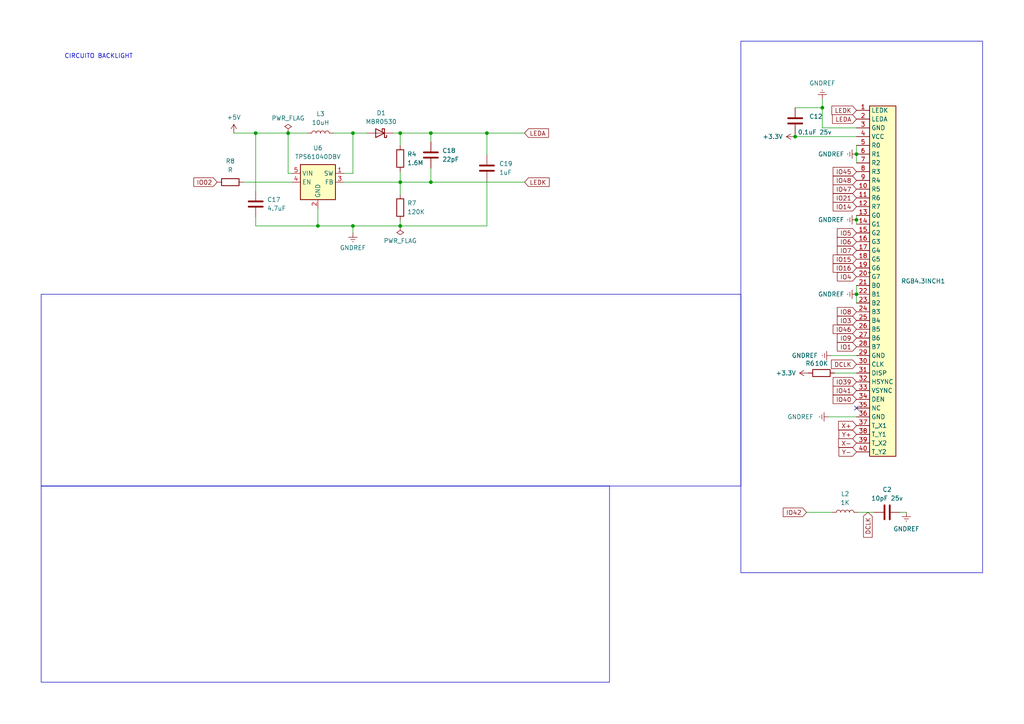
<source format=kicad_sch>
(kicad_sch (version 20230121) (generator eeschema)
  (paper "A4")
  (lib_symbols
    (symbol "Device:C" (pin_numbers hide) (pin_names (offset 0.254))
      (property "Reference" "C" (at 0.635 2.54 0))
      (property "Value" "C" (at 0.635 -2.54 0))
      (symbol "C_0_1"
        (polyline (pts (xy -2.032 -0.762) (xy 2.032 -0.762)) (stroke (width 0.508)))
        (polyline (pts (xy -2.032 0.762) (xy 2.032 0.762)) (stroke (width 0.508)))
      )
      (symbol "C_1_1"
        (pin passive line (at 0 3.81 270) (length 2.794) (name "~") (number "1"))
        (pin passive line (at 0 -3.81 90) (length 2.794) (name "~") (number "2"))
      )
    )
    (symbol "Device:L" (pin_numbers hide) (pin_names (offset 1.016) hide)
      (property "Reference" "L" (at -1.27 0 90))
      (property "Value" "L" (at 1.905 0 90))
      (symbol "L_0_1"
        (arc (start 0 -2.54) (mid 0.6323 -1.905) (end 0 -1.27))
        (arc (start 0 -1.27) (mid 0.6323 -0.635) (end 0 0))
        (arc (start 0 0) (mid 0.6323 0.635) (end 0 1.27))
        (arc (start 0 1.27) (mid 0.6323 1.905) (end 0 2.54))
      )
      (symbol "L_1_1"
        (pin passive line (at 0 3.81 270) (length 1.27) (name "1") (number "1"))
        (pin passive line (at 0 -3.81 90) (length 1.27) (name "2") (number "2"))
      )
    )
    (symbol "Device:R" (pin_numbers hide) (pin_names (offset 0))
      (property "Reference" "R" (at 2.032 0 90))
      (property "Value" "R" (at 0 0 90))
      (symbol "R_0_1"
        (rectangle (start -1.016 -2.54) (end 1.016 2.54) (stroke (width 0.254)))
      )
      (symbol "R_1_1"
        (pin passive line (at 0 3.81 270) (length 1.27) (name "~") (number "1"))
        (pin passive line (at 0 -3.81 90) (length 1.27) (name "~") (number "2"))
      )
    )
    (symbol "Diode:MBR0530" (pin_numbers hide) (pin_names (offset 1.016) hide)
      (property "Reference" "D" (at 0 2.54 0))
      (property "Value" "MBR0530" (at 0 -2.54 0))
      (symbol "MBR0530_0_1"
        (polyline (pts (xy 1.27 0) (xy -1.27 0)))
        (polyline (pts (xy 1.27 1.27) (xy 1.27 -1.27) (xy -1.27 0) (xy 1.27 1.27)) (stroke (width 0.254)))
        (polyline (pts (xy -1.905 0.635) (xy -1.905 1.27) (xy -1.27 1.27) (xy -1.27 -1.27) (xy -0.635 -1.27) (xy -0.635 -0.635)) (stroke (width 0.254)))
      )
      (symbol "MBR0530_1_1"
        (pin passive line (at -3.81 0 0) (length 2.54) (name "K") (number "1"))
        (pin passive line (at 3.81 0 180) (length 2.54) (name "A") (number "2"))
      )
    )
    (symbol "Regulator_Switching:TPS61040DBV"
      (property "Reference" "U" (at -5.08 6.35 0))
      (property "Value" "TPS61040DBV" (at 0 6.35 0))
      (symbol "TPS61040DBV_0_1"
        (rectangle (start -5.08 5.08) (end 5.08 -5.08) (stroke (width 0.254)) (fill (type background)))
      )
      (symbol "TPS61040DBV_1_1"
        (pin power_out line (at 7.62 2.54 180) (length 2.54) (name "SW") (number "1"))
        (pin power_in line (at 0 -7.62 90) (length 2.54) (name "GND") (number "2"))
        (pin input line (at 7.62 0 180) (length 2.54) (name "FB") (number "3"))
        (pin input line (at -7.62 0 0) (length 2.54) (name "EN") (number "4"))
        (pin power_in line (at -7.62 2.54 0) (length 2.54) (name "VIN") (number "5"))
      )
    )
    (symbol "lcdsJajica:BM043SE2-K28"
      (property "Reference" "RGB4.3INCH" (at -3.81 53.34 0))
      (symbol "BM043SE2-K28_1_1"
        (rectangle (start 0 48.26) (end 7.62 -53.34) (stroke (width 0.254)) (fill (type background)))
        (pin passive line (at -3.81 46.99 0) (length 3.81) (name "LEDK") (number "1"))
        (pin passive line (at -3.81 24.13 0) (length 3.81) (name "R5") (number "10"))
        (pin passive line (at -3.81 21.59 0) (length 3.81) (name "R6") (number "11"))
        (pin passive line (at -3.81 19.05 0) (length 3.81) (name "R7") (number "12"))
        (pin passive line (at -3.81 16.51 0) (length 3.81) (name "G0") (number "13"))
        (pin passive line (at -3.81 13.97 0) (length 3.81) (name "G1") (number "14"))
        (pin passive line (at -3.81 11.43 0) (length 3.81) (name "G2") (number "15"))
        (pin passive line (at -3.81 8.89 0) (length 3.81) (name "G3") (number "16"))
        (pin passive line (at -3.81 6.35 0) (length 3.81) (name "G4") (number "17"))
        (pin passive line (at -3.81 3.81 0) (length 3.81) (name "G5") (number "18"))
        (pin passive line (at -3.81 1.27 0) (length 3.81) (name "G6") (number "19"))
        (pin passive line (at -3.81 44.45 0) (length 3.81) (name "LEDA") (number "2"))
        (pin passive line (at -3.81 -1.27 0) (length 3.81) (name "G7") (number "20"))
        (pin passive line (at -3.81 -3.81 0) (length 3.81) (name "B0") (number "21"))
        (pin passive line (at -3.81 -6.35 0) (length 3.81) (name "B1") (number "22"))
        (pin passive line (at -3.81 -8.89 0) (length 3.81) (name "B2") (number "23"))
        (pin passive line (at -3.81 -11.43 0) (length 3.81) (name "B3") (number "24"))
        (pin passive line (at -3.81 -13.97 0) (length 3.81) (name "B4") (number "25"))
        (pin passive line (at -3.81 -16.51 0) (length 3.81) (name "B5") (number "26"))
        (pin passive line (at -3.81 -19.05 0) (length 3.81) (name "B6") (number "27"))
        (pin passive line (at -3.81 -21.59 0) (length 3.81) (name "B7") (number "28"))
        (pin passive line (at -3.81 -24.13 0) (length 3.81) (name "GND") (number "29"))
        (pin passive line (at -3.81 41.91 0) (length 3.81) (name "GND") (number "3"))
        (pin passive line (at -3.81 -26.67 0) (length 3.81) (name "CLK") (number "30"))
        (pin passive line (at -3.81 -29.21 0) (length 3.81) (name "DISP") (number "31"))
        (pin passive line (at -3.81 -31.75 0) (length 3.81) (name "HSYNC") (number "32"))
        (pin passive line (at -3.81 -34.29 0) (length 3.81) (name "VSYNC") (number "33"))
        (pin passive line (at -3.81 -36.83 0) (length 3.81) (name "DEN") (number "34"))
        (pin passive line (at -3.81 -39.37 0) (length 3.81) (name "NC") (number "35"))
        (pin passive line (at -3.81 -41.91 0) (length 3.81) (name "GND") (number "36"))
        (pin passive line (at -3.81 -44.45 0) (length 3.81) (name "T_X1") (number "37"))
        (pin passive line (at -3.81 -46.99 0) (length 3.81) (name "T_Y1") (number "38"))
        (pin passive line (at -3.81 -49.53 0) (length 3.81) (name "T_X2") (number "39"))
        (pin passive line (at -3.81 39.37 0) (length 3.81) (name "VCC") (number "4"))
        (pin passive line (at -3.81 -52.07 0) (length 3.81) (name "T_Y2") (number "40"))
        (pin passive line (at -3.81 36.83 0) (length 3.81) (name "R0") (number "5"))
        (pin passive line (at -3.81 34.29 0) (length 3.81) (name "R1") (number "6"))
        (pin passive line (at -3.81 31.75 0) (length 3.81) (name "R2") (number "7"))
        (pin passive line (at -3.81 29.21 0) (length 3.81) (name "R3") (number "8"))
        (pin passive line (at -3.81 26.67 0) (length 3.81) (name "R4") (number "9"))
      )
    )
    (symbol "power:+3.3V" (power) (pin_names (offset 0))
      (property "Value" "+3.3V" (at 0 3.556 0))
      (symbol "+3.3V_0_1"
        (polyline (pts (xy -0.762 1.27) (xy 0 2.54)))
        (polyline (pts (xy 0 0) (xy 0 2.54)))
        (polyline (pts (xy 0 2.54) (xy 0.762 1.27)))
      )
      (symbol "+3.3V_1_1"
        (pin power_in line (at 0 0 90) (length 0) hide (name "+3.3V") (number "1"))
      )
    )
    (symbol "power:+5V" (power) (pin_names (offset 0))
      (property "Value" "+5V" (at 0 3.556 0))
      (symbol "+5V_0_1"
        (polyline (pts (xy -0.762 1.27) (xy 0 2.54)))
        (polyline (pts (xy 0 0) (xy 0 2.54)))
        (polyline (pts (xy 0 2.54) (xy 0.762 1.27)))
      )
      (symbol "+5V_1_1"
        (pin power_in line (at 0 0 90) (length 0) hide (name "+5V") (number "1"))
      )
    )
    (symbol "power:GNDREF" (power) (pin_names (offset 0))
      (property "Value" "GNDREF" (at 0 -3.81 0))
      (symbol "GNDREF_0_1"
        (polyline (pts (xy -0.635 -1.905) (xy 0.635 -1.905)))
        (polyline (pts (xy -0.127 -2.54) (xy 0.127 -2.54)))
        (polyline (pts (xy 0 -1.27) (xy 0 0)))
        (polyline (pts (xy 1.27 -1.27) (xy -1.27 -1.27)))
      )
      (symbol "GNDREF_1_1"
        (pin power_in line (at 0 0 270) (length 0) hide (name "GNDREF") (number "1"))
      )
    )
    (symbol "power:PWR_FLAG" (power) (pin_numbers hide) (pin_names (offset 0) hide)
      (property "Value" "PWR_FLAG" (at 0 3.81 0))
      (symbol "PWR_FLAG_0_0"
        (pin power_out line (at 0 0 90) (length 0) (name "pwr") (number "1"))
      )
      (symbol "PWR_FLAG_0_1"
        (polyline (pts (xy 0 0) (xy 0 1.27) (xy -1.016 1.905) (xy 0 2.54) (xy 1.016 1.905) (xy 0 1.27)))
      )
    )
  )
  (junction (at 102.362 38.608))
  (junction (at 124.968 38.608))
  (junction (at 92.202 65.532))
  (junction (at 238.506 31.242))
  (junction (at 124.968 52.832))
  (junction (at 116.078 38.608))
  (junction (at 102.362 65.532))
  (junction (at 83.566 38.608))
  (junction (at 248.412 85.344))
  (junction (at 230.632 39.624))
  (junction (at 116.078 65.532))
  (junction (at 141.224 38.608))
  (junction (at 74.168 38.608))
  (junction (at 248.412 44.704))
  (junction (at 116.078 52.832))
  (junction (at 248.412 63.754))
  (no_connect (at 248.412 118.364))
  (wire (pts (xy 116.078 52.832) (xy 116.078 56.388)))
  (wire (pts (xy 261.112 148.59) (xy 262.89 148.59)))
  (wire (pts (xy 248.412 85.344) (xy 248.412 87.884)))
  (wire (pts (xy 102.362 65.532) (xy 116.078 65.532)))
  (wire (pts (xy 116.078 49.784) (xy 116.078 52.832)))
  (wire (pts (xy 99.822 52.832) (xy 116.078 52.832)))
  (wire (pts (xy 248.412 82.804) (xy 248.412 85.344)))
  (wire (pts (xy 238.506 28.702) (xy 238.506 31.242)))
  (wire (pts (xy 99.822 50.292) (xy 102.362 50.292)))
  (wire (pts (xy 92.202 65.532) (xy 102.362 65.532)))
  (wire (pts (xy 238.506 31.242) (xy 238.506 37.084)))
  (wire (pts (xy 124.968 38.608) (xy 141.224 38.608)))
  (wire (pts (xy 248.412 39.624) (xy 230.632 39.624)))
  (wire (pts (xy 102.362 50.292) (xy 102.362 38.608)))
  (wire (pts (xy 116.078 38.608) (xy 124.968 38.608)))
  (wire (pts (xy 96.774 38.608) (xy 102.362 38.608)))
  (wire (pts (xy 238.506 37.084) (xy 248.412 37.084)))
  (wire (pts (xy 248.412 44.704) (xy 248.412 47.244)))
  (wire (pts (xy 124.968 52.832) (xy 152.146 52.832)))
  (wire (pts (xy 124.968 48.768) (xy 124.968 52.832)))
  (wire (pts (xy 248.92 148.59) (xy 253.492 148.59)))
  (wire (pts (xy 116.078 65.532) (xy 116.078 64.008)))
  (wire (pts (xy 141.224 38.608) (xy 152.146 38.608)))
  (wire (pts (xy 141.224 38.608) (xy 141.224 44.958)))
  (wire (pts (xy 74.168 38.608) (xy 83.566 38.608)))
  (wire (pts (xy 242.062 108.204) (xy 248.412 108.204)))
  (wire (pts (xy 124.968 38.608) (xy 124.968 41.148)))
  (wire (pts (xy 67.818 38.608) (xy 74.168 38.608)))
  (wire (pts (xy 92.202 60.452) (xy 92.202 65.532)))
  (wire (pts (xy 83.566 50.292) (xy 83.566 38.608)))
  (wire (pts (xy 141.224 65.532) (xy 116.078 65.532)))
  (wire (pts (xy 233.934 148.59) (xy 241.3 148.59)))
  (wire (pts (xy 248.412 63.754) (xy 248.412 65.024)))
  (wire (pts (xy 241.046 103.124) (xy 248.412 103.124)))
  (wire (pts (xy 230.632 39.624) (xy 230.632 38.862)))
  (wire (pts (xy 102.362 65.532) (xy 102.362 67.564)))
  (wire (pts (xy 116.078 38.608) (xy 116.078 42.164)))
  (wire (pts (xy 74.168 65.532) (xy 92.202 65.532)))
  (wire (pts (xy 84.582 50.292) (xy 83.566 50.292)))
  (wire (pts (xy 141.224 52.578) (xy 141.224 65.532)))
  (wire (pts (xy 114.046 38.608) (xy 116.078 38.608)))
  (wire (pts (xy 70.612 52.832) (xy 84.582 52.832)))
  (wire (pts (xy 74.168 38.608) (xy 74.168 55.372)))
  (wire (pts (xy 83.566 38.608) (xy 89.154 38.608)))
  (wire (pts (xy 248.412 62.484) (xy 248.412 63.754)))
  (wire (pts (xy 240.284 120.904) (xy 248.412 120.904)))
  (wire (pts (xy 74.168 62.992) (xy 74.168 65.532)))
  (wire (pts (xy 102.362 38.608) (xy 106.426 38.608)))
  (wire (pts (xy 248.412 42.164) (xy 248.412 44.704)))
  (wire (pts (xy 124.968 52.832) (xy 116.078 52.832)))
  (wire (pts (xy 230.632 31.242) (xy 238.506 31.242)))
  (rectangle (start 11.938 140.97) (end 176.784 197.866))
  (rectangle (start 214.884 11.938) (end 284.988 166.116))
  (rectangle (start 11.938 85.344) (end 214.884 140.97))
  (text "CIRCUITO BACKLIGHT" (at 18.669 17.145 0) (effects (font (size 1.27 1.27)) (justify left bottom)))
  (global_label "LEDK" (shape input) (at 248.412 32.004 180) (property "Intersheetrefs" "${INTERSHEET_REFS}" (effects hide)))
  (global_label "X-" (shape input) (at 248.412 128.524 180) (property "Intersheetrefs" "${INTERSHEET_REFS}" (effects hide)))
  (global_label "IO15" (shape input) (at 248.412 75.184 180) (property "Intersheetrefs" "${INTERSHEET_REFS}" (effects hide)))
  (global_label "IO48" (shape input) (at 248.412 52.324 180) (property "Intersheetrefs" "${INTERSHEET_REFS}" (effects hide)))
  (global_label "IO8" (shape input) (at 248.412 90.424 180) (property "Intersheetrefs" "${INTERSHEET_REFS}" (effects hide)))
  (global_label "IO14" (shape input) (at 248.412 59.944 180) (property "Intersheetrefs" "${INTERSHEET_REFS}" (effects hide)))
  (global_label "X+" (shape input) (at 248.412 123.444 180) (property "Intersheetrefs" "${INTERSHEET_REFS}" (effects hide)))
  (global_label "IO02" (shape input) (at 62.992 52.832 180) (property "Intersheetrefs" "${INTERSHEET_REFS}" (effects hide)))
  (global_label "IO41" (shape input) (at 248.412 113.284 180) (property "Intersheetrefs" "${INTERSHEET_REFS}" (effects hide)))
  (global_label "IO7" (shape input) (at 248.412 72.644 180) (property "Intersheetrefs" "${INTERSHEET_REFS}" (effects hide)))
  (global_label "IO42" (shape input) (at 233.934 148.59 180) (property "Intersheetrefs" "${INTERSHEET_REFS}" (effects hide)))
  (global_label "IO45" (shape input) (at 248.412 49.784 180) (property "Intersheetrefs" "${INTERSHEET_REFS}" (effects hide)))
  (global_label "IO4" (shape input) (at 248.412 80.264 180) (property "Intersheetrefs" "${INTERSHEET_REFS}" (effects hide)))
  (global_label "IO1" (shape input) (at 248.412 100.584 180) (property "Intersheetrefs" "${INTERSHEET_REFS}" (effects hide)))
  (global_label "IO40" (shape input) (at 248.412 115.824 180) (property "Intersheetrefs" "${INTERSHEET_REFS}" (effects hide)))
  (global_label "IO47" (shape input) (at 248.412 54.864 180) (property "Intersheetrefs" "${INTERSHEET_REFS}" (effects hide)))
  (global_label "IO9" (shape input) (at 248.412 98.044 180) (property "Intersheetrefs" "${INTERSHEET_REFS}" (effects hide)))
  (global_label "IO5" (shape input) (at 248.412 67.564 180) (property "Intersheetrefs" "${INTERSHEET_REFS}" (effects hide)))
  (global_label "LEDA" (shape input) (at 248.412 34.544 180) (property "Intersheetrefs" "${INTERSHEET_REFS}" (effects hide)))
  (global_label "IO46" (shape input) (at 248.412 95.504 180) (property "Intersheetrefs" "${INTERSHEET_REFS}" (effects hide)))
  (global_label "IO39" (shape input) (at 248.412 110.744 180) (property "Intersheetrefs" "${INTERSHEET_REFS}" (effects hide)))
  (global_label "DCLK" (shape input) (at 251.714 148.59 270) (property "Intersheetrefs" "${INTERSHEET_REFS}" (effects hide)))
  (global_label "IO3" (shape input) (at 248.412 92.964 180) (property "Intersheetrefs" "${INTERSHEET_REFS}" (effects hide)))
  (global_label "IO16" (shape input) (at 248.412 77.724 180) (property "Intersheetrefs" "${INTERSHEET_REFS}" (effects hide)))
  (global_label "IO21" (shape input) (at 248.412 57.404 180) (property "Intersheetrefs" "${INTERSHEET_REFS}" (effects hide)))
  (global_label "DCLK" (shape input) (at 248.412 105.664 180) (property "Intersheetrefs" "${INTERSHEET_REFS}" (effects hide)))
  (global_label "LEDK" (shape input) (at 152.146 52.832 0) (property "Intersheetrefs" "${INTERSHEET_REFS}" (effects hide)))
  (global_label "Y-" (shape input) (at 248.412 131.064 180) (property "Intersheetrefs" "${INTERSHEET_REFS}" (effects hide)))
  (global_label "IO6" (shape input) (at 248.412 70.104 180) (property "Intersheetrefs" "${INTERSHEET_REFS}" (effects hide)))
  (global_label "LEDA" (shape input) (at 152.146 38.608 0) (property "Intersheetrefs" "${INTERSHEET_REFS}" (effects hide)))
  (global_label "Y+" (shape input) (at 248.412 125.984 180) (property "Intersheetrefs" "${INTERSHEET_REFS}" (effects hide)))
  (symbol (lib_id "power:+5V") (at 67.818 38.608 0) (unit 1)
    (property "Reference" "#PWR032" (effects hide))
    (property "Value" "+5V" (at 67.818 34.036 0))
  )
  (symbol (lib_id "lcdsJajica:BM043SE2-K28") (at 252.222 78.994 0) (unit 1)
    (property "Reference" "RGB4.3INCH1" (at 261.366 81.534 0) (effects (justify left)))
    (property "Value" "~" (at 252.222 78.994 0))
  )
  (symbol (lib_id "Device:R") (at 238.252 108.204 90) (unit 1)
    (property "Reference" "R6" (at 234.95 105.41 90))
    (property "Value" "10K" (at 238.252 105.41 90))
  )
  (symbol (lib_id "Regulator_Switching:TPS61040DBV") (at 92.202 52.832 0) (unit 1)
    (property "Reference" "U6" (at 92.202 42.926 0))
    (property "Value" "TPS61040DBV" (at 92.202 45.466 0))
    (property "Footprint" "Package_TO_SOT_SMD:SOT-23-5" (effects hide))
    (property "Datasheet" "http://www.ti.com/lit/ds/symlink/tps61040.pdf" (effects hide))
  )
  (symbol (lib_id "Device:R") (at 66.802 52.832 90) (unit 1)
    (property "Reference" "R8" (at 66.802 46.736 90))
    (property "Value" "R" (at 66.802 49.276 90))
  )
  (symbol (lib_id "Device:C") (at 141.224 48.768 0) (unit 1)
    (property "Reference" "C19" (at 144.78 47.498 0) (effects (justify left)))
    (property "Value" "1uF" (at 144.78 50.038 0) (effects (justify left)))
  )
  (symbol (lib_id "Diode:MBR0530") (at 110.236 38.608 180) (unit 1)
    (property "Reference" "D1" (at 110.5535 32.766 0))
    (property "Value" "MBR0530" (at 110.5535 35.306 0))
    (property "Footprint" "Diode_SMD:D_SOD-123" (effects hide))
    (property "Datasheet" "http://www.mccsemi.com/up_pdf/MBR0520~MBR0580(SOD123).pdf" (effects hide))
  )
  (symbol (lib_id "Device:R") (at 116.078 60.198 0) (unit 1)
    (property "Reference" "R7" (at 118.11 58.928 0) (effects (justify left)))
    (property "Value" "120K" (at 118.11 61.468 0) (effects (justify left)))
  )
  (symbol (lib_id "power:GNDREF") (at 238.506 28.702 180) (unit 1)
    (property "Reference" "#PWR019" (effects hide))
    (property "Value" "GNDREF" (at 238.506 24.13 0))
  )
  (symbol (lib_id "Device:R") (at 116.078 45.974 0) (unit 1)
    (property "Reference" "R4" (at 118.11 44.704 0) (effects (justify left)))
    (property "Value" "1.6M" (at 118.11 47.244 0) (effects (justify left)))
  )
  (symbol (lib_id "Device:L") (at 92.964 38.608 90) (unit 1)
    (property "Reference" "L3" (at 92.964 33.02 90))
    (property "Value" "10uH" (at 92.964 35.56 90))
  )
  (symbol (lib_id "power:GNDREF") (at 241.046 103.124 270) (unit 1)
    (property "Reference" "#PWR024" (effects hide))
    (property "Value" "GNDREF" (at 237.236 103.124 90) (effects (justify right)))
  )
  (symbol (lib_id "power:PWR_FLAG") (at 116.078 65.532 180) (unit 1)
    (property "Reference" "#FLG02" (effects hide))
    (property "Value" "PWR_FLAG" (at 116.078 69.85 0))
  )
  (symbol (lib_id "power:GNDREF") (at 248.412 85.344 270) (unit 1)
    (property "Reference" "#PWR023" (effects hide))
    (property "Value" "GNDREF" (at 244.856 85.344 90) (effects (justify right)))
  )
  (symbol (lib_id "power:GNDREF") (at 262.89 148.59 0) (unit 1)
    (property "Reference" "#PWR03" (effects hide))
    (property "Value" "GNDREF" (at 262.89 153.416 0))
  )
  (symbol (lib_id "power:PWR_FLAG") (at 83.566 38.608 0) (unit 1)
    (property "Reference" "#FLG01" (effects hide))
    (property "Value" "PWR_FLAG" (at 83.566 34.29 0))
  )
  (symbol (lib_id "Device:L") (at 245.11 148.59 90) (unit 1)
    (property "Reference" "L2" (at 245.11 143.256 90))
    (property "Value" "1K" (at 245.11 145.796 90))
  )
  (symbol (lib_id "power:GNDREF") (at 248.412 63.754 270) (unit 1)
    (property "Reference" "#PWR022" (effects hide))
    (property "Value" "GNDREF" (at 244.856 63.754 90) (effects (justify right)))
  )
  (symbol (lib_id "power:+3.3V") (at 234.442 108.204 90) (unit 1)
    (property "Reference" "#PWR025" (effects hide))
    (property "Value" "+3.3V" (at 230.886 108.204 90) (effects (justify left)))
  )
  (symbol (lib_id "power:GNDREF") (at 240.284 120.904 270) (unit 1)
    (property "Reference" "#PWR026" (effects hide))
    (property "Value" "GNDREF" (at 235.966 120.904 90) (effects (justify right)))
  )
  (symbol (lib_id "Device:C") (at 257.302 148.59 90) (unit 1)
    (property "Reference" "C2" (at 257.302 141.986 90))
    (property "Value" "10pF 25v" (at 257.302 144.526 90))
  )
  (symbol (lib_id "power:+3.3V") (at 230.632 39.624 90) (unit 1)
    (property "Reference" "#PWR020" (effects hide))
    (property "Value" "+3.3V" (at 227.076 39.624 90) (effects (justify left)))
  )
  (symbol (lib_id "Device:C") (at 230.632 35.052 0) (unit 1)
    (property "Reference" "C12" (at 234.696 33.782 0) (effects (justify left)))
    (property "Value" "0.1uF 25v" (at 231.394 38.354 0) (effects (justify left)))
  )
  (symbol (lib_id "power:GNDREF") (at 102.362 67.564 0) (unit 1)
    (property "Reference" "#PWR031" (effects hide))
    (property "Value" "GNDREF" (at 102.362 71.882 0))
  )
  (symbol (lib_id "Device:C") (at 124.968 44.958 0) (unit 1)
    (property "Reference" "C18" (at 128.27 43.688 0) (effects (justify left)))
    (property "Value" "22pF" (at 128.27 46.228 0) (effects (justify left)))
  )
  (symbol (lib_id "power:GNDREF") (at 248.412 44.704 270) (unit 1)
    (property "Reference" "#PWR021" (effects hide))
    (property "Value" "GNDREF" (at 244.856 44.704 90) (effects (justify right)))
  )
  (symbol (lib_id "Device:C") (at 74.168 59.182 0) (unit 1)
    (property "Reference" "C17" (at 77.47 57.912 0) (effects (justify left)))
    (property "Value" "4.7uF" (at 77.47 60.452 0) (effects (justify left)))
  )
)
</source>
